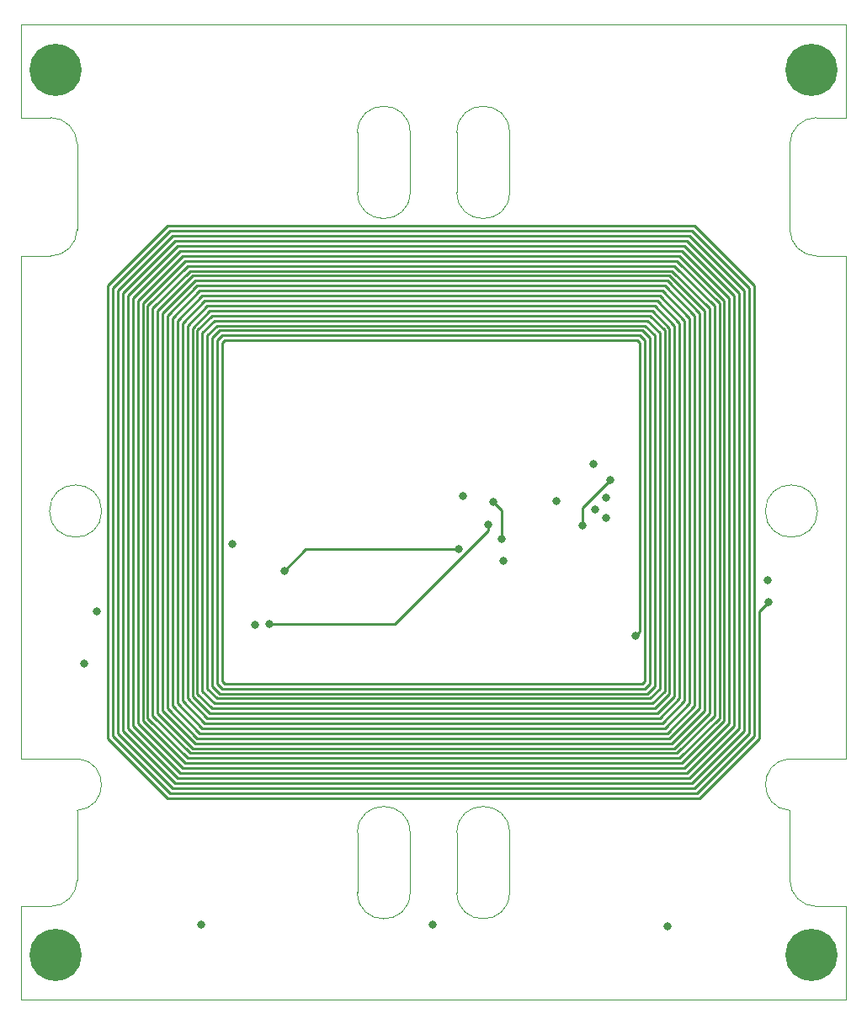
<source format=gbr>
%TF.GenerationSoftware,KiCad,Pcbnew,(6.0.9)*%
%TF.CreationDate,2023-01-30T20:43:42-08:00*%
%TF.ProjectId,solar-panel-NoCutout,736f6c61-722d-4706-916e-656c2d4e6f43,2.0*%
%TF.SameCoordinates,Original*%
%TF.FileFunction,Copper,L2,Inr*%
%TF.FilePolarity,Positive*%
%FSLAX46Y46*%
G04 Gerber Fmt 4.6, Leading zero omitted, Abs format (unit mm)*
G04 Created by KiCad (PCBNEW (6.0.9)) date 2023-01-30 20:43:42*
%MOMM*%
%LPD*%
G01*
G04 APERTURE LIST*
%TA.AperFunction,Profile*%
%ADD10C,0.050000*%
%TD*%
%TA.AperFunction,ComponentPad*%
%ADD11C,5.250000*%
%TD*%
%TA.AperFunction,ViaPad*%
%ADD12C,0.800000*%
%TD*%
%TA.AperFunction,Conductor*%
%ADD13C,0.250000*%
%TD*%
G04 APERTURE END LIST*
D10*
X136850000Y-153000000D02*
X136850000Y-147000000D01*
X142150000Y-153000000D02*
X142150000Y-147000000D01*
X146850000Y-147000000D02*
X146850000Y-153000000D01*
X152150000Y-153000000D02*
X152150000Y-147000000D01*
X142150000Y-76600000D02*
X142150000Y-82600000D01*
X136850000Y-76600000D02*
X136850000Y-82600000D01*
X146850000Y-76600000D02*
X146850000Y-82600000D01*
X152150000Y-76600000D02*
X152150000Y-82600000D01*
X186000000Y-65750000D02*
X103000000Y-65750000D01*
X183125000Y-114650000D02*
G75*
G03*
X183125000Y-114650000I-2625000J0D01*
G01*
X108744606Y-139557190D02*
X103000000Y-139557190D01*
X180249992Y-139557104D02*
G75*
G03*
X180350001Y-144749999I250008J-2592596D01*
G01*
X186000000Y-163750000D02*
X186000000Y-156450000D01*
X186000000Y-73100000D02*
X186000000Y-65750000D01*
X106000000Y-75100000D02*
X103000000Y-75100000D01*
X108650000Y-77750000D02*
G75*
G03*
X106000000Y-75100000I-2650000J0D01*
G01*
X106000000Y-89000000D02*
G75*
G03*
X108650000Y-86350000I0J2650000D01*
G01*
X106000000Y-89000000D02*
X103000000Y-89000000D01*
X108650000Y-77750000D02*
X108650000Y-86350000D01*
X183000000Y-75100000D02*
G75*
G03*
X180350000Y-77750000I0J-2650000D01*
G01*
X180350000Y-86350000D02*
G75*
G03*
X183000000Y-89000000I2650000J0D01*
G01*
X183000000Y-75100000D02*
X186000000Y-75100000D01*
X180350000Y-77750000D02*
X180350000Y-86350000D01*
X183000000Y-89000000D02*
X186000000Y-89000000D01*
X103000000Y-65750000D02*
X103000000Y-75100000D01*
X103000000Y-89000000D02*
X103000000Y-139557190D01*
X103000000Y-154400000D02*
X103000000Y-163750000D01*
X186000000Y-156450000D02*
X186000000Y-154400000D01*
X186000000Y-75100000D02*
X186000000Y-73100000D01*
X185994606Y-139557190D02*
X180250000Y-139557190D01*
X136850000Y-82600000D02*
G75*
G03*
X142150000Y-82600000I2650000J0D01*
G01*
X108649999Y-144750000D02*
G75*
G03*
X108744606Y-139557190I-149999J2600000D01*
G01*
X108650000Y-151750000D02*
X108650000Y-144750000D01*
X152150000Y-76600000D02*
G75*
G03*
X146850000Y-76600000I-2650000J0D01*
G01*
X142150000Y-76600000D02*
G75*
G03*
X136850000Y-76600000I-2650000J0D01*
G01*
X103000000Y-163750000D02*
X186000000Y-163750000D01*
X142150000Y-147000000D02*
G75*
G03*
X136850000Y-147000000I-2650000J0D01*
G01*
X180350000Y-151750000D02*
X180350000Y-144750000D01*
X106000000Y-154400000D02*
X103000000Y-154400000D01*
X136850000Y-153000000D02*
G75*
G03*
X142150000Y-153000000I2650000J0D01*
G01*
X152150000Y-147000000D02*
G75*
G03*
X146850000Y-147000000I-2650000J0D01*
G01*
X106000000Y-154400000D02*
G75*
G03*
X108650000Y-151750000I0J2650000D01*
G01*
X180350000Y-151750000D02*
G75*
G03*
X183000000Y-154400000I2650000J0D01*
G01*
X146850000Y-153000000D02*
G75*
G03*
X152150000Y-153000000I2650000J0D01*
G01*
X183000000Y-154400000D02*
X186000000Y-154400000D01*
X186000000Y-89000000D02*
X185994606Y-139557190D01*
X146850000Y-82600000D02*
G75*
G03*
X152150000Y-82600000I2650000J0D01*
G01*
X111125000Y-114650000D02*
G75*
G03*
X111125000Y-114650000I-2625000J0D01*
G01*
D11*
%TO.N,unconnected-(J2-Pad1)*%
%TO.C,J2*%
X106500000Y-70300000D03*
%TD*%
%TO.N,unconnected-(J3-Pad1)*%
%TO.C,J3*%
X106500000Y-159300000D03*
%TD*%
%TO.N,unconnected-(J4-Pad1)*%
%TO.C,J4*%
X182500000Y-70300000D03*
%TD*%
%TO.N,unconnected-(J5-Pad1)*%
%TO.C,J5*%
X182500000Y-159300000D03*
%TD*%
D12*
%TO.N,GND*%
X168000000Y-156390000D03*
X156860000Y-113670000D03*
X160570000Y-109960000D03*
X109400000Y-130030000D03*
X144450000Y-156250000D03*
X147475000Y-113105000D03*
X151530000Y-119620000D03*
X121120000Y-156220000D03*
X160750000Y-114500000D03*
%TO.N,+3V3*%
X150540000Y-113710000D03*
X126510000Y-126100000D03*
X151390000Y-117440000D03*
%TO.N,VSOLAR*%
X124270000Y-118000000D03*
X110660000Y-124750000D03*
%TO.N,SDA*%
X147030000Y-118510000D03*
X129500000Y-120644998D03*
%TO.N,SCL*%
X128000001Y-126000001D03*
X149990000Y-115990000D03*
%TO.N,Net-(C3-Pad1)*%
X159470000Y-116130000D03*
X162260000Y-111570000D03*
%TO.N,Net-(U3-Pad7)*%
X178200000Y-123800000D03*
X161890000Y-115330000D03*
X161820000Y-113350000D03*
X178120000Y-121620000D03*
X164800000Y-127190000D03*
%TD*%
D13*
%TO.N,+3V3*%
X151390000Y-114560000D02*
X150540000Y-113710000D01*
X151390000Y-117440000D02*
X151390000Y-114560000D01*
%TO.N,SDA*%
X129500000Y-120644998D02*
X131634998Y-118510000D01*
X131634998Y-118510000D02*
X147030000Y-118510000D01*
%TO.N,SCL*%
X140565304Y-126000001D02*
X128000001Y-126000001D01*
X149990000Y-115990000D02*
X149990000Y-116575305D01*
X149990000Y-116575305D02*
X140565304Y-126000001D01*
%TO.N,Net-(C3-Pad1)*%
X159470000Y-114360000D02*
X159470000Y-116130000D01*
X160205000Y-113625000D02*
X159470000Y-114360000D01*
X162260000Y-111570000D02*
X160205000Y-113625000D01*
%TO.N,Net-(U3-Pad7)*%
X172750000Y-94000000D02*
X172750000Y-135250000D01*
X165250000Y-97750000D02*
X165250000Y-126740000D01*
X171750000Y-94500000D02*
X171750000Y-134750000D01*
X168250000Y-96250000D02*
X168250000Y-133000000D01*
X170750000Y-95000000D02*
X170750000Y-134250000D01*
X113250000Y-136750000D02*
X113250000Y-92750000D01*
X115250000Y-135750000D02*
X115250000Y-93750000D01*
X118250000Y-87000000D02*
X170250000Y-87000000D01*
X174250000Y-93250000D02*
X174250000Y-136000000D01*
X175250000Y-92750000D02*
X175250000Y-136500000D01*
X165750000Y-97500000D02*
X165750000Y-131750000D01*
X111750000Y-92000000D02*
X117750000Y-86000000D01*
X121750000Y-94000000D02*
X166750000Y-94000000D01*
X120000000Y-90500000D02*
X168500000Y-90500000D01*
X167750000Y-132750000D02*
X166500000Y-134000000D01*
X175750000Y-136750000D02*
X170500000Y-142000000D01*
X167750000Y-136500000D02*
X121250000Y-136500000D01*
X170750000Y-142500000D02*
X118250000Y-142500000D01*
X114750000Y-136000000D02*
X114750000Y-93500000D01*
X169750000Y-95500000D02*
X169750000Y-133750000D01*
X170250000Y-134000000D02*
X167750000Y-136500000D01*
X169500000Y-140000000D02*
X119500000Y-140000000D01*
X165500000Y-96500000D02*
X166250000Y-97250000D01*
X122750000Y-96000000D02*
X165750000Y-96000000D01*
X122500000Y-134000000D02*
X121250000Y-132750000D01*
X122250000Y-132250000D02*
X122250000Y-97250000D01*
X117750000Y-143500000D02*
X111750000Y-137500000D01*
X118000000Y-86500000D02*
X170500000Y-86500000D01*
X119000000Y-88500000D02*
X169500000Y-88500000D01*
X120750000Y-133000000D02*
X120750000Y-96500000D01*
X165750000Y-96000000D02*
X166750000Y-97000000D01*
X175750000Y-92500000D02*
X175750000Y-136750000D01*
X174750000Y-136250000D02*
X170000000Y-141000000D01*
X121000000Y-137000000D02*
X118250000Y-134250000D01*
X123500000Y-132000000D02*
X123250000Y-131750000D01*
X170250000Y-87000000D02*
X175750000Y-92500000D01*
X169000000Y-89500000D02*
X173250000Y-93750000D01*
X166000000Y-133000000D02*
X123000000Y-133000000D01*
X115750000Y-94000000D02*
X119750000Y-90000000D01*
X173250000Y-93750000D02*
X173250000Y-135500000D01*
X167250000Y-96750000D02*
X167250000Y-132500000D01*
X165750000Y-132500000D02*
X123250000Y-132500000D01*
X112750000Y-137000000D02*
X112750000Y-92500000D01*
X166750000Y-134500000D02*
X122250000Y-134500000D01*
X170250000Y-95250000D02*
X170250000Y-134000000D01*
X173750000Y-93500000D02*
X173750000Y-135750000D01*
X113750000Y-136500000D02*
X113750000Y-93000000D01*
X120000000Y-139000000D02*
X116250000Y-135250000D01*
X171000000Y-143000000D02*
X118000000Y-143000000D01*
X166750000Y-97000000D02*
X166750000Y-132250000D01*
X119500000Y-140000000D02*
X115250000Y-135750000D01*
X177250000Y-124750000D02*
X177250000Y-137500000D01*
X123000000Y-133000000D02*
X122250000Y-132250000D01*
X112250000Y-92250000D02*
X118000000Y-86500000D01*
X173250000Y-135500000D02*
X169250000Y-139500000D01*
X116250000Y-94250000D02*
X120000000Y-90500000D01*
X175250000Y-136500000D02*
X170250000Y-141500000D01*
X170500000Y-142000000D02*
X118500000Y-142000000D01*
X168750000Y-133250000D02*
X167000000Y-135000000D01*
X122750000Y-133500000D02*
X121750000Y-132500000D01*
X169000000Y-139000000D02*
X120000000Y-139000000D01*
X117250000Y-134750000D02*
X117250000Y-94750000D01*
X166500000Y-94500000D02*
X168250000Y-96250000D01*
X122250000Y-97250000D02*
X123000000Y-96500000D01*
X113750000Y-93000000D02*
X118750000Y-88000000D01*
X116250000Y-135250000D02*
X116250000Y-94250000D01*
X177250000Y-137500000D02*
X171250000Y-143500000D01*
X169250000Y-95750000D02*
X169250000Y-133500000D01*
X115250000Y-93750000D02*
X119500000Y-89500000D01*
X123000000Y-96500000D02*
X165500000Y-96500000D01*
X122750000Y-97500000D02*
X123250000Y-97000000D01*
X121250000Y-132750000D02*
X121250000Y-96750000D01*
X122250000Y-95000000D02*
X166250000Y-95000000D01*
X121750000Y-135500000D02*
X119750000Y-133500000D01*
X111750000Y-137500000D02*
X111750000Y-92000000D01*
X169250000Y-139500000D02*
X119750000Y-139500000D01*
X166750000Y-94000000D02*
X168750000Y-96000000D01*
X122000000Y-135000000D02*
X120250000Y-133250000D01*
X120250000Y-96250000D02*
X122000000Y-94500000D01*
X118250000Y-142500000D02*
X112750000Y-137000000D01*
X123250000Y-131750000D02*
X123250000Y-97750000D01*
X123250000Y-132500000D02*
X122750000Y-132000000D01*
X168250000Y-137500000D02*
X120750000Y-137500000D01*
X119500000Y-89500000D02*
X169000000Y-89500000D01*
X166750000Y-132250000D02*
X166000000Y-133000000D01*
X166000000Y-95500000D02*
X167250000Y-96750000D01*
X171750000Y-134750000D02*
X168500000Y-138000000D01*
X170750000Y-86000000D02*
X176750000Y-92000000D01*
X168250000Y-91000000D02*
X171750000Y-94500000D01*
X165500000Y-132000000D02*
X123500000Y-132000000D01*
X118750000Y-88000000D02*
X169750000Y-88000000D01*
X170500000Y-86500000D02*
X176250000Y-92250000D01*
X172250000Y-135000000D02*
X168750000Y-138500000D01*
X113250000Y-92750000D02*
X118500000Y-87500000D01*
X119750000Y-96000000D02*
X121750000Y-94000000D01*
X168500000Y-90500000D02*
X172250000Y-94250000D01*
X168500000Y-138000000D02*
X120500000Y-138000000D01*
X112750000Y-92500000D02*
X118250000Y-87000000D01*
X119250000Y-140500000D02*
X114750000Y-136000000D01*
X120750000Y-137500000D02*
X117750000Y-134500000D01*
X167500000Y-92500000D02*
X170250000Y-95250000D01*
X165000000Y-97500000D02*
X165250000Y-97750000D01*
X166250000Y-133500000D02*
X122750000Y-133500000D01*
X168250000Y-133000000D02*
X166750000Y-134500000D01*
X122250000Y-134500000D02*
X120750000Y-133000000D01*
X118750000Y-95500000D02*
X121250000Y-93000000D01*
X116750000Y-94500000D02*
X120250000Y-91000000D01*
X176250000Y-92250000D02*
X176250000Y-137000000D01*
X172750000Y-135250000D02*
X169000000Y-139000000D01*
X171250000Y-94750000D02*
X171250000Y-134500000D01*
X115750000Y-135500000D02*
X115750000Y-94000000D01*
X170750000Y-134250000D02*
X168000000Y-137000000D01*
X118500000Y-142000000D02*
X113250000Y-136750000D01*
X165250000Y-126740000D02*
X164800000Y-127190000D01*
X165250000Y-97000000D02*
X165750000Y-97500000D01*
X176750000Y-92000000D02*
X176750000Y-137250000D01*
X169750000Y-88000000D02*
X174750000Y-93000000D01*
X173750000Y-135750000D02*
X169500000Y-140000000D01*
X119750000Y-133500000D02*
X119750000Y-96000000D01*
X118250000Y-95250000D02*
X121000000Y-92500000D01*
X119000000Y-141000000D02*
X114250000Y-136250000D01*
X118250000Y-134250000D02*
X118250000Y-95250000D01*
X120250000Y-138500000D02*
X116750000Y-135000000D01*
X112250000Y-137250000D02*
X112250000Y-92250000D01*
X122500000Y-95500000D02*
X166000000Y-95500000D01*
X121500000Y-136000000D02*
X119250000Y-133750000D01*
X166250000Y-97250000D02*
X166250000Y-132000000D01*
X116750000Y-135000000D02*
X116750000Y-94500000D01*
X121750000Y-97000000D02*
X122750000Y-96000000D01*
X121250000Y-93000000D02*
X167250000Y-93000000D01*
X117750000Y-134500000D02*
X117750000Y-95000000D01*
X119750000Y-90000000D02*
X168750000Y-90000000D01*
X170000000Y-141000000D02*
X119000000Y-141000000D01*
X123500000Y-97500000D02*
X165000000Y-97500000D01*
X119250000Y-89000000D02*
X169250000Y-89000000D01*
X176750000Y-137250000D02*
X171000000Y-143000000D01*
X169500000Y-88500000D02*
X174250000Y-93250000D01*
X167000000Y-135000000D02*
X122000000Y-135000000D01*
X168750000Y-138500000D02*
X120250000Y-138500000D01*
X120500000Y-91500000D02*
X168000000Y-91500000D01*
X171250000Y-134500000D02*
X168250000Y-137500000D01*
X114250000Y-93250000D02*
X119000000Y-88500000D01*
X120750000Y-92000000D02*
X167750000Y-92000000D01*
X123250000Y-97000000D02*
X165250000Y-97000000D01*
X168000000Y-137000000D02*
X121000000Y-137000000D01*
X122750000Y-132000000D02*
X122750000Y-97500000D01*
X114750000Y-93500000D02*
X119250000Y-89000000D01*
X166250000Y-95000000D02*
X167750000Y-96500000D01*
X167750000Y-96500000D02*
X167750000Y-132750000D01*
X120250000Y-133250000D02*
X120250000Y-96250000D01*
X169250000Y-89000000D02*
X173750000Y-93500000D01*
X167250000Y-132500000D02*
X166250000Y-133500000D01*
X121250000Y-136500000D02*
X118750000Y-134000000D01*
X118750000Y-141500000D02*
X113750000Y-136500000D01*
X122000000Y-94500000D02*
X166500000Y-94500000D01*
X167250000Y-93000000D02*
X169750000Y-95500000D01*
X178200000Y-123800000D02*
X177250000Y-124750000D01*
X166250000Y-132000000D02*
X165750000Y-132500000D01*
X121000000Y-92500000D02*
X167500000Y-92500000D01*
X119250000Y-133750000D02*
X119250000Y-95750000D01*
X171250000Y-143500000D02*
X117750000Y-143500000D01*
X174750000Y-93000000D02*
X174750000Y-136250000D01*
X117250000Y-94750000D02*
X120500000Y-91500000D01*
X169250000Y-133500000D02*
X167250000Y-135500000D01*
X169750000Y-140500000D02*
X119250000Y-140500000D01*
X170000000Y-87500000D02*
X175250000Y-92750000D01*
X172250000Y-94250000D02*
X172250000Y-135000000D01*
X170250000Y-141500000D02*
X118750000Y-141500000D01*
X118000000Y-143000000D02*
X112250000Y-137250000D01*
X120500000Y-138000000D02*
X117250000Y-134750000D01*
X123250000Y-97750000D02*
X123500000Y-97500000D01*
X120750000Y-96500000D02*
X122250000Y-95000000D01*
X167250000Y-135500000D02*
X121750000Y-135500000D01*
X121750000Y-132500000D02*
X121750000Y-97000000D01*
X168750000Y-90000000D02*
X172750000Y-94000000D01*
X176250000Y-137000000D02*
X170750000Y-142500000D01*
X165750000Y-131750000D02*
X165500000Y-132000000D01*
X121250000Y-96750000D02*
X122500000Y-95500000D01*
X166500000Y-134000000D02*
X122500000Y-134000000D01*
X120250000Y-91000000D02*
X168250000Y-91000000D01*
X118500000Y-87500000D02*
X170000000Y-87500000D01*
X119750000Y-139500000D02*
X115750000Y-135500000D01*
X168000000Y-91500000D02*
X171250000Y-94750000D01*
X118750000Y-134000000D02*
X118750000Y-95500000D01*
X174250000Y-136000000D02*
X169750000Y-140500000D01*
X119250000Y-95750000D02*
X121500000Y-93500000D01*
X114250000Y-136250000D02*
X114250000Y-93250000D01*
X167500000Y-136000000D02*
X121500000Y-136000000D01*
X167750000Y-92000000D02*
X170750000Y-95000000D01*
X117750000Y-95000000D02*
X120750000Y-92000000D01*
X121500000Y-93500000D02*
X167000000Y-93500000D01*
X169750000Y-133750000D02*
X167500000Y-136000000D01*
X167000000Y-93500000D02*
X169250000Y-95750000D01*
X168750000Y-96000000D02*
X168750000Y-133250000D01*
X117750000Y-86000000D02*
X170750000Y-86000000D01*
%TD*%
M02*

</source>
